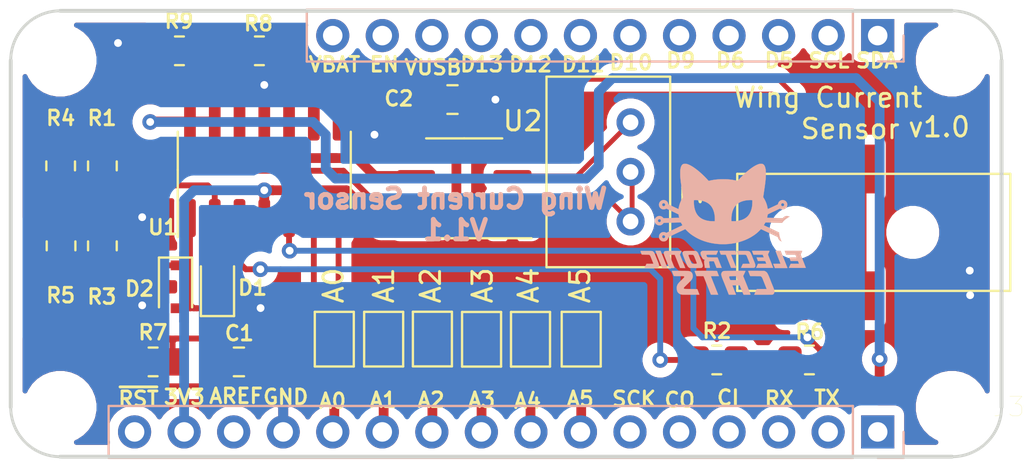
<source format=kicad_pcb>
(kicad_pcb (version 20171130) (host pcbnew "(5.1.10)-1")
  (title_block (title "Wing Current Sensor") (date 2021-03-12) (rev v1.0) (company "Electronic Cats"))
  (layers (0 F.Cu signal) (31 B.Cu signal) (34 B.Paste user) (35 F.Paste user) (36 B.SilkS user) (37 F.SilkS user) (38 B.Mask user) (39 F.Mask user) (44 Edge.Cuts user))
  (net 0 "")
  (net 1 "Net-(C1-Pad2)")
  (net 2 /OUT)
  (net 3 GND)
  (net 4 "Net-(D1-Pad2)")
  (net 5 "Net-(D1-Pad1)")
  (net 6 "Net-(D2-Pad1)")
  (net 7 "Net-(R2-Pad1)")
  (net 8 "Net-(R6-Pad1)")
  (net 9 "Net-(RV1-Pad1)")
  (net 10 "Net-(RV1-Pad3)")
  (net 11 "Net-(R8-Pad2)")
  (net 12 /TX)
  (net 13 /RX)
  (net 14 /MISO)
  (net 15 /MOSI)
  (net 16 /SCK)
  (net 17 /A5)
  (net 18 /A4)
  (net 19 /A3)
  (net 20 /A2)
  (net 21 /A1)
  (net 22 /A0)
  (net 23 /AREF)
  (net 24 +3V3)
  (net 25 /~RST)
  (net 26 /SDA)
  (net 27 /SCL)
  (net 28 /EN)
  (net 29 /VBUS)
  (net 30 "Net-(J1-Pad1)")
  (net 31 /9)
  (net 32 /10)
  (net 33 /11)
  (net 34 /12)
  (net 35 /13)
  (net 36 "Net-(J2-Pad12)")
  (net 37 "Net-(J2-Pad3)")
  (net 38 "Net-(J2-Pad4)")
  (net 39 /IN+)
  (net 40 /OUT1)
  (net 41 /VREF)
  (net 42 "Net-(J3-Pad2)")
  (module CUI_SJ-3524-SMT (layer F.Cu) (at 159.25 104.76 180)
    (fp_text reference J3 (at 0.075115 -5.945065) (layer F.SilkS) (effects (font (size 1.001693 1.001693) (thickness 0.015))))
    (fp_text value PJ-320B)
    (pad 1 smd rect (at 4.3 6.25 180) (size 1.2 2.5) (layers F.Cu F.Paste F.Mask) (net 3 GND))
    (pad 1 smd rect (at 4.3 -0.25 180) (size 1.2 2.5) (layers F.Cu F.Paste F.Mask) (net 3 GND))
    (pad 3 smd rect (at 11 6.25 180) (size 1.2 2.5) (layers F.Cu F.Paste F.Mask) (net 39 /IN+))
    (pad "" np_thru_hole circle (at 11 3 180) (size 1.7 1.7) (drill 1.7) (layers *.Cu *.Mask))
    (pad "" np_thru_hole circle (at 5 3 180) (size 1.7 1.7) (drill 1.7) (layers *.Cu *.Mask))
    (pad 2 smd rect (at 7.5 -0.25 180) (size 1.2 2.5) (layers F.Cu F.Paste F.Mask) (net 42 "Net-(J3-Pad2)"))
    (pad 3 smd rect (at 11 -0.25 180) (size 1.2 2.5) (layers F.Cu F.Paste F.Mask) (net 39 /IN+))
    (pad 2 smd rect (at 7.5 6.25 180) (size 1.2 2.5) (layers F.Cu F.Paste F.Mask) (net 42 "Net-(J3-Pad2)"))
  )
  (module Aesthetics:electronic_cats_logo_8x6 (layer B.Cu) (at 144.526 101.6 180)
    (fp_text reference G*** hide)
    (fp_text value LOGO hide)
  )
  (module MountingHole:MountingHole_2.7mm_M2.5 (layer F.Cu) (at 156.26 92.94)
    (fp_text reference REF** hide)
    (fp_text value MountingHole_2.7mm_M2.5 hide)
    (pad 1 np_thru_hole circle (at 0 0) (size 2.7 2.7) (drill 2.7) (layers *.Cu *.Mask))
  )
  (module MountingHole:MountingHole_2.7mm_M2.5 (layer F.Cu) (at 156.26 110.72)
    (fp_text reference REF** hide)
    (fp_text value MountingHole_2.7mm_M2.5 hide)
    (pad 1 np_thru_hole circle (at 0 0) (size 2.7 2.7) (drill 2.7) (layers *.Cu *.Mask))
  )
  (module MountingHole:MountingHole_2.7mm_M2.5 (layer F.Cu) (at 110.54 110.72)
    (fp_text reference REF** hide)
    (fp_text value MountingHole_2.7mm_M2.5 hide)
    (pad 1 np_thru_hole circle (at 0 0) (size 2.7 2.7) (drill 2.7) (layers *.Cu *.Mask))
  )
  (module MountingHole:MountingHole_2.7mm_M2.5 (layer F.Cu) (at 110.54 92.94)
    (fp_text reference REF** hide)
    (fp_text value MountingHole_2.7mm_M2.5 hide)
    (pad 1 np_thru_hole circle (at 0 0) (size 2.7 2.7) (drill 2.7) (layers *.Cu *.Mask))
  )
  (module Connector_PinHeader_2.54mm:PinHeader_1x16_P2.54mm_Vertical (layer B.Cu) (at 152.45 111.99 90)
    (fp_text reference J1 hide)
    (fp_text value "feather long" hide)
    (pad 1 thru_hole rect (at 0 0 90) (size 1.7 1.7) (drill 1) (layers *.Cu *.Mask) (net 30 "Net-(J1-Pad1)"))
    (pad 2 thru_hole oval (at 0 -2.54 90) (size 1.7 1.7) (drill 1) (layers *.Cu *.Mask) (net 12 /TX))
    (pad 3 thru_hole oval (at 0 -5.08 90) (size 1.7 1.7) (drill 1) (layers *.Cu *.Mask) (net 13 /RX))
    (pad 4 thru_hole oval (at 0 -7.62 90) (size 1.7 1.7) (drill 1) (layers *.Cu *.Mask) (net 14 /MISO))
    (pad 5 thru_hole oval (at 0 -10.16 90) (size 1.7 1.7) (drill 1) (layers *.Cu *.Mask) (net 15 /MOSI))
    (pad 6 thru_hole oval (at 0 -12.7 90) (size 1.7 1.7) (drill 1) (layers *.Cu *.Mask) (net 16 /SCK))
    (pad 7 thru_hole oval (at 0 -15.24 90) (size 1.7 1.7) (drill 1) (layers *.Cu *.Mask) (net 17 /A5))
    (pad 8 thru_hole oval (at 0 -17.78 90) (size 1.7 1.7) (drill 1) (layers *.Cu *.Mask) (net 18 /A4))
    (pad 9 thru_hole oval (at 0 -20.32 90) (size 1.7 1.7) (drill 1) (layers *.Cu *.Mask) (net 19 /A3))
    (pad 10 thru_hole oval (at 0 -22.86 90) (size 1.7 1.7) (drill 1) (layers *.Cu *.Mask) (net 20 /A2))
    (pad 11 thru_hole oval (at 0 -25.4 90) (size 1.7 1.7) (drill 1) (layers *.Cu *.Mask) (net 21 /A1))
    (pad 12 thru_hole oval (at 0 -27.94 90) (size 1.7 1.7) (drill 1) (layers *.Cu *.Mask) (net 22 /A0))
    (pad 13 thru_hole oval (at 0 -30.48 90) (size 1.7 1.7) (drill 1) (layers *.Cu *.Mask) (net 3 GND))
    (pad 14 thru_hole oval (at 0 -33.02 90) (size 1.7 1.7) (drill 1) (layers *.Cu *.Mask) (net 23 /AREF))
    (pad 15 thru_hole oval (at 0 -35.56 90) (size 1.7 1.7) (drill 1) (layers *.Cu *.Mask) (net 24 +3V3))
    (pad 16 thru_hole oval (at 0 -38.1 90) (size 1.7 1.7) (drill 1) (layers *.Cu *.Mask) (net 25 /~RST))
  )
  (module Connector_PinHeader_2.54mm:PinHeader_1x12_P2.54mm_Vertical (layer B.Cu) (at 152.45 91.67 90)
    (fp_text reference J2 hide)
    (fp_text value "feather short" hide)
    (pad 1 thru_hole rect (at 0 0 90) (size 1.7 1.7) (drill 1) (layers *.Cu *.Mask) (net 26 /SDA))
    (pad 2 thru_hole oval (at 0 -2.54 90) (size 1.7 1.7) (drill 1) (layers *.Cu *.Mask) (net 27 /SCL))
    (pad 3 thru_hole oval (at 0 -5.08 90) (size 1.7 1.7) (drill 1) (layers *.Cu *.Mask) (net 37 "Net-(J2-Pad3)"))
    (pad 4 thru_hole oval (at 0 -7.62 90) (size 1.7 1.7) (drill 1) (layers *.Cu *.Mask) (net 38 "Net-(J2-Pad4)"))
    (pad 5 thru_hole oval (at 0 -10.16 90) (size 1.7 1.7) (drill 1) (layers *.Cu *.Mask) (net 31 /9))
    (pad 6 thru_hole oval (at 0 -12.7 90) (size 1.7 1.7) (drill 1) (layers *.Cu *.Mask) (net 32 /10))
    (pad 7 thru_hole oval (at 0 -15.24 90) (size 1.7 1.7) (drill 1) (layers *.Cu *.Mask) (net 33 /11))
    (pad 8 thru_hole oval (at 0 -17.78 90) (size 1.7 1.7) (drill 1) (layers *.Cu *.Mask) (net 34 /12))
    (pad 9 thru_hole oval (at 0 -20.32 90) (size 1.7 1.7) (drill 1) (layers *.Cu *.Mask) (net 35 /13))
    (pad 10 thru_hole oval (at 0 -22.86 90) (size 1.7 1.7) (drill 1) (layers *.Cu *.Mask) (net 29 /VBUS))
    (pad 11 thru_hole oval (at 0 -25.4 90) (size 1.7 1.7) (drill 1) (layers *.Cu *.Mask) (net 28 /EN))
    (pad 12 thru_hole oval (at 0 -27.94 90) (size 1.7 1.7) (drill 1) (layers *.Cu *.Mask) (net 36 "Net-(J2-Pad12)"))
  )
  (module Capacitor_SMD:C_0805_2012Metric_Pad1.18x1.45mm_HandSolder (layer F.Cu) (at 119.7 108.4)
    (fp_text reference C1 (at 0.02 -1.466) (layer F.SilkS) (effects (font (size 0.75 0.75))))
    (fp_text value "10 μ ")
    (pad 2 smd roundrect (at 1.0375 0) (size 1.175 1.45) (layers F.Cu F.Paste F.Mask) (roundrect_rratio 0.2127659574468085) (net 1 "Net-(C1-Pad2)"))
    (pad 1 smd roundrect (at -1.0375 0) (size 1.175 1.45) (layers F.Cu F.Paste F.Mask) (roundrect_rratio 0.2127659574468085) (net 2 /OUT))
  )
  (module Capacitor_SMD:C_0805_2012Metric_Pad1.18x1.45mm_HandSolder (layer F.Cu) (at 130.65 94.95)
    (fp_text reference C2 (at -2.75 -0.05) (layer F.SilkS) (effects (font (size 0.75 0.75))))
    (fp_text value "0.1μ ")
    (pad 1 smd roundrect (at -1.0375 0) (size 1.175 1.45) (layers F.Cu F.Paste F.Mask) (roundrect_rratio 0.2127659574468085) (net 24 +3V3))
    (pad 2 smd roundrect (at 1.0375 0) (size 1.175 1.45) (layers F.Cu F.Paste F.Mask) (roundrect_rratio 0.2127659574468085) (net 3 GND))
  )
  (module Diode_SMD:D_SOD-323F (layer F.Cu) (at 118.6 104.55 90)
    (fp_text reference D1 (at -0.05 1.796 180) (layer F.SilkS) (effects (font (size 0.75 0.75))))
    (fp_text value DIODE)
    (pad 2 smd rect (at 1.1 0 90) (size 0.5 0.5) (layers F.Cu F.Paste F.Mask) (net 4 "Net-(D1-Pad2)"))
    (pad 1 smd rect (at -1.1 0 90) (size 0.5 0.5) (layers F.Cu F.Paste F.Mask) (net 5 "Net-(D1-Pad1)"))
  )
  (module Diode_SMD:D_SOD-323F (layer F.Cu) (at 116.45 104.55 270)
    (fp_text reference D2 (at 0.1 1.85 180) (layer F.SilkS) (effects (font (size 0.75 0.75))))
    (fp_text value DIODE)
    (pad 1 smd rect (at -1.1 0 270) (size 0.5 0.5) (layers F.Cu F.Paste F.Mask) (net 6 "Net-(D2-Pad1)"))
    (pad 2 smd rect (at 1.1 0 270) (size 0.5 0.5) (layers F.Cu F.Paste F.Mask) (net 5 "Net-(D1-Pad1)"))
  )
  (module Resistor_SMD:R_0805_2012Metric_Pad1.20x1.40mm_HandSolder (layer F.Cu) (at 112.7 98.35 270)
    (fp_text reference R1 (at -2.45 0.02 180) (layer F.SilkS) (effects (font (size 0.75 0.75))))
    (fp_text value 10K)
    (pad 1 smd roundrect (at -1 0 270) (size 1.2 1.4) (layers F.Cu F.Paste F.Mask) (roundrect_rratio 0.2083325) (net 40 /OUT1))
    (pad 2 smd roundrect (at 1 0 270) (size 1.2 1.4) (layers F.Cu F.Paste F.Mask) (roundrect_rratio 0.2083325) (net 4 "Net-(D1-Pad2)"))
  )
  (module Resistor_SMD:R_0805_2012Metric_Pad1.20x1.40mm_HandSolder (layer F.Cu) (at 144.2 108.3)
    (fp_text reference R2 (at 0.01 -1.49) (layer F.SilkS) (effects (font (size 0.75 0.75))))
    (fp_text value 5K)
    (pad 1 smd roundrect (at -1 0) (size 1.2 1.4) (layers F.Cu F.Paste F.Mask) (roundrect_rratio 0.2083325) (net 7 "Net-(R2-Pad1)"))
    (pad 2 smd roundrect (at 1 0) (size 1.2 1.4) (layers F.Cu F.Paste F.Mask) (roundrect_rratio 0.2083325) (net 41 /VREF))
  )
  (module Resistor_SMD:R_0805_2012Metric_Pad1.20x1.40mm_HandSolder (layer F.Cu) (at 112.7 102.45 270)
    (fp_text reference R3 (at 2.61 0.03 180) (layer F.SilkS) (effects (font (size 0.75 0.75))))
    (fp_text value 10K)
    (pad 2 smd roundrect (at 1 0 270) (size 1.2 1.4) (layers F.Cu F.Paste F.Mask) (roundrect_rratio 0.2083325) (net 6 "Net-(D2-Pad1)"))
    (pad 1 smd roundrect (at -1 0 270) (size 1.2 1.4) (layers F.Cu F.Paste F.Mask) (roundrect_rratio 0.2083325) (net 4 "Net-(D1-Pad2)"))
  )
  (module Resistor_SMD:R_0805_2012Metric_Pad1.20x1.40mm_HandSolder (layer F.Cu) (at 110.56 98.35 270)
    (fp_text reference R4 (at -2.45 0 180) (layer F.SilkS) (effects (font (size 0.75 0.75))))
    (fp_text value 10K)
    (pad 2 smd roundrect (at 1 0 270) (size 1.2 1.4) (layers F.Cu F.Paste F.Mask) (roundrect_rratio 0.2083325) (net 1 "Net-(C1-Pad2)"))
    (pad 1 smd roundrect (at -1 0 270) (size 1.2 1.4) (layers F.Cu F.Paste F.Mask) (roundrect_rratio 0.2083325) (net 40 /OUT1))
  )
  (module Resistor_SMD:R_0805_2012Metric_Pad1.20x1.40mm_HandSolder (layer F.Cu) (at 110.58 102.45 90)
    (fp_text reference R5 (at -2.54 -0.02 180) (layer F.SilkS) (effects (font (size 0.75 0.75))))
    (fp_text value 5K)
    (pad 1 smd roundrect (at -1 0 90) (size 1.2 1.4) (layers F.Cu F.Paste F.Mask) (roundrect_rratio 0.2083325) (net 6 "Net-(D2-Pad1)"))
    (pad 2 smd roundrect (at 1 0 90) (size 1.2 1.4) (layers F.Cu F.Paste F.Mask) (roundrect_rratio 0.2083325) (net 1 "Net-(C1-Pad2)"))
  )
  (module Resistor_SMD:R_0805_2012Metric_Pad1.20x1.40mm_HandSolder (layer F.Cu) (at 148.95 108.3 180)
    (fp_text reference R6 (at -0.02 1.44) (layer F.SilkS) (effects (font (size 0.75 0.75))))
    (fp_text value 3.3K)
    (pad 2 smd roundrect (at 1 0 180) (size 1.2 1.4) (layers F.Cu F.Paste F.Mask) (roundrect_rratio 0.2083325) (net 41 /VREF))
    (pad 1 smd roundrect (at -1 0 180) (size 1.2 1.4) (layers F.Cu F.Paste F.Mask) (roundrect_rratio 0.2083325) (net 8 "Net-(R6-Pad1)"))
  )
  (module Resistor_SMD:R_0805_2012Metric_Pad1.20x1.40mm_HandSolder (layer F.Cu) (at 115.3 108.4)
    (fp_text reference R7 (at -0.01 -1.51) (layer F.SilkS) (effects (font (size 0.75 0.75))))
    (fp_text value 10K)
    (pad 1 smd roundrect (at -1 0) (size 1.2 1.4) (layers F.Cu F.Paste F.Mask) (roundrect_rratio 0.2083325) (net 2 /OUT))
    (pad 2 smd roundrect (at 1 0) (size 1.2 1.4) (layers F.Cu F.Paste F.Mask) (roundrect_rratio 0.2083325) (net 1 "Net-(C1-Pad2)"))
  )
  (module Resistor_SMD:R_0805_2012Metric_Pad1.20x1.40mm_HandSolder (layer F.Cu) (at 120.75 92.45 180)
    (fp_text reference R8 (at 0.05 1.4 180) (layer F.SilkS) (effects (font (size 0.75 0.75))))
    (fp_text value 10K)
    (pad 2 smd roundrect (at 1 0 180) (size 1.2 1.4) (layers F.Cu F.Paste F.Mask) (roundrect_rratio 0.2083325) (net 11 "Net-(R8-Pad2)"))
    (pad 1 smd roundrect (at -1 0 180) (size 1.2 1.4) (layers F.Cu F.Paste F.Mask) (roundrect_rratio 0.2083325) (net 24 +3V3))
  )
  (module Resistor_SMD:R_0805_2012Metric_Pad1.20x1.40mm_HandSolder (layer F.Cu) (at 116.65 92.45 180)
    (fp_text reference R9 (at 0.02 1.53 180) (layer F.SilkS) (effects (font (size 0.75 0.75))))
    (fp_text value 10K)
    (pad 1 smd roundrect (at -1 0 180) (size 1.2 1.4) (layers F.Cu F.Paste F.Mask) (roundrect_rratio 0.2083325) (net 11 "Net-(R8-Pad2)"))
    (pad 2 smd roundrect (at 1 0 180) (size 1.2 1.4) (layers F.Cu F.Paste F.Mask) (roundrect_rratio 0.2083325) (net 3 GND))
  )
  (module Potentiometer_THT:Potentiometer_Bourns_3299W_Vertical (layer F.Cu) (at 139.78 101.2 270)
    (fp_text reference RV1 (at -1.35 -3.55 180) (layer F.SilkS) (effects (font (size 0.75 0.75))))
    (fp_text value 10K)
    (pad 1 thru_hole circle (at 0 0 270) (size 1.44 1.44) (drill 0.8) (layers *.Cu *.Mask) (net 9 "Net-(RV1-Pad1)"))
    (pad 2 thru_hole circle (at -2.54 0 270) (size 1.44 1.44) (drill 0.8) (layers *.Cu *.Mask) (net 9 "Net-(RV1-Pad1)"))
    (pad 3 thru_hole circle (at -5.08 0 270) (size 1.44 1.44) (drill 0.8) (layers *.Cu *.Mask) (net 10 "Net-(RV1-Pad3)"))
  )
  (module Package_SO:SO-14_3.9x8.65mm_P1.27mm (layer F.Cu) (at 121 98.55 90)
    (fp_text reference U1 (at -2.95 -5.2 180) (layer F.SilkS) (effects (font (size 0.75 0.75))))
    (fp_text value TL084)
    (pad 1 smd roundrect (at -2.475 -3.81 90) (size 1.95 0.6) (layers F.Cu F.Paste F.Mask) (net 5 "Net-(D1-Pad1)"))
    (pad 2 smd roundrect (at -2.475 -2.54 90) (size 1.95 0.6) (layers F.Cu F.Paste F.Mask) (net 4 "Net-(D1-Pad2)"))
    (pad 3 smd roundrect (at -2.475 -1.27 90) (size 1.95 0.6) (layers F.Cu F.Paste F.Mask) (net 7 "Net-(R2-Pad1)"))
    (pad 4 smd roundrect (at -2.475 0 90) (size 1.95 0.6) (layers F.Cu F.Paste F.Mask) (net 24 +3V3))
    (pad 5 smd roundrect (at -2.475 1.27 90) (size 1.95 0.6) (layers F.Cu F.Paste F.Mask) (net 8 "Net-(R6-Pad1)"))
    (pad 6 smd roundrect (at -2.475 2.54 90) (size 1.95 0.6) (layers F.Cu F.Paste F.Mask) (net 1 "Net-(C1-Pad2)"))
    (pad 7 smd roundrect (at -2.475 3.81 90) (size 1.95 0.6) (layers F.Cu F.Paste F.Mask) (net 2 /OUT))
    (pad 8 smd roundrect (at 2.475 3.81 90) (size 1.95 0.6) (layers F.Cu F.Paste F.Mask))
    (pad 9 smd roundrect (at 2.475 2.54 90) (size 1.95 0.6) (layers F.Cu F.Paste F.Mask))
    (pad 10 smd roundrect (at 2.475 1.27 90) (size 1.95 0.6) (layers F.Cu F.Paste F.Mask))
    (pad 11 smd roundrect (at 2.475 0 90) (size 1.95 0.6) (layers F.Cu F.Paste F.Mask) (net 3 GND))
    (pad 12 smd roundrect (at 2.475 -1.27 90) (size 1.95 0.6) (layers F.Cu F.Paste F.Mask) (net 11 "Net-(R8-Pad2)"))
    (pad 13 smd roundrect (at 2.475 -2.54 90) (size 1.95 0.6) (layers F.Cu F.Paste F.Mask) (net 41 /VREF))
    (pad 14 smd roundrect (at 2.475 -3.81 90) (size 1.95 0.6) (layers F.Cu F.Paste F.Mask) (net 41 /VREF))
  )
  (module Package_SO:SOIC-8_3.9x4.9mm_P1.27mm (layer F.Cu) (at 131.25 99.5 180)
    (fp_text reference U2 (at -3 3.45) (layer F.SilkS))
    (fp_text value AD8226)
    (pad 1 smd roundrect (at -2.475 -1.905 180) (size 1.95 0.6) (layers F.Cu F.Paste F.Mask) (net 3 GND))
    (pad 2 smd roundrect (at -2.475 -0.635 180) (size 1.95 0.6) (layers F.Cu F.Paste F.Mask) (net 9 "Net-(RV1-Pad1)"))
    (pad 3 smd roundrect (at -2.475 0.635 180) (size 1.95 0.6) (layers F.Cu F.Paste F.Mask) (net 10 "Net-(RV1-Pad3)"))
    (pad 4 smd roundrect (at -2.475 1.905 180) (size 1.95 0.6) (layers F.Cu F.Paste F.Mask) (net 39 /IN+))
    (pad 5 smd roundrect (at 2.475 1.905 180) (size 1.95 0.6) (layers F.Cu F.Paste F.Mask) (net 3 GND))
    (pad 6 smd roundrect (at 2.475 0.635 180) (size 1.95 0.6) (layers F.Cu F.Paste F.Mask) (net 41 /VREF))
    (pad 7 smd roundrect (at 2.475 -0.635 180) (size 1.95 0.6) (layers F.Cu F.Paste F.Mask) (net 40 /OUT1))
    (pad 8 smd roundrect (at 2.475 -1.905 180) (size 1.95 0.6) (layers F.Cu F.Paste F.Mask) (net 24 +3V3))
  )
  (module Jumper:SolderJumper-2_P1.3mm_Open_TrianglePad1.0x1.5mm (layer F.Cu) (at 137.25 107.235 270)
    (fp_text reference A5 (at -2.755 0.06 90) (layer F.SilkS))
    (fp_text value A5)
    (pad 2 smd custom (at 0.725 0 270) (size 0.3 0.3) (layers F.Cu F.Mask) (net 17 /A5) (options (clearance outline) (anchor rect)) (primitives (gr_poly (pts (xy -0.65 -0.75) (xy 0.5 -0.75) (xy 0.5 0.75) (xy -0.65 0.75) (xy -0.15 0)) (width 0))))
    (pad 1 smd custom (at -0.725 0 270) (size 0.3 0.3) (layers F.Cu F.Mask) (net 2 /OUT) (options (clearance outline) (anchor rect)) (primitives (gr_poly (pts (xy -0.5 -0.75) (xy 0.5 -0.75) (xy 1 0) (xy 0.5 0.75) (xy -0.5 0.75)) (width 0))))
  )
  (module Jumper:SolderJumper-2_P1.3mm_Open_TrianglePad1.0x1.5mm (layer F.Cu) (at 134.65 107.24 270)
    (fp_text reference A4 (at -2.76 0.1 90) (layer F.SilkS))
    (fp_text value A4)
    (pad 2 smd custom (at 0.725 0 270) (size 0.3 0.3) (layers F.Cu F.Mask) (net 18 /A4) (options (clearance outline) (anchor rect)) (primitives (gr_poly (pts (xy -0.65 -0.75) (xy 0.5 -0.75) (xy 0.5 0.75) (xy -0.65 0.75) (xy -0.15 0)) (width 0))))
    (pad 1 smd custom (at -0.725 0 270) (size 0.3 0.3) (layers F.Cu F.Mask) (net 2 /OUT) (options (clearance outline) (anchor rect)) (primitives (gr_poly (pts (xy -0.5 -0.75) (xy 0.5 -0.75) (xy 1 0) (xy 0.5 0.75) (xy -0.5 0.75)) (width 0))))
  )
  (module Jumper:SolderJumper-2_P1.3mm_Open_TrianglePad1.0x1.5mm (layer F.Cu) (at 129.62 107.23 270)
    (fp_text reference A2 (at -2.75 0.09 90) (layer F.SilkS))
    (fp_text value A2)
    (pad 2 smd custom (at 0.725 0 270) (size 0.3 0.3) (layers F.Cu F.Mask) (net 20 /A2) (options (clearance outline) (anchor rect)) (primitives (gr_poly (pts (xy -0.65 -0.75) (xy 0.5 -0.75) (xy 0.5 0.75) (xy -0.65 0.75) (xy -0.15 0)) (width 0))))
    (pad 1 smd custom (at -0.725 0 270) (size 0.3 0.3) (layers F.Cu F.Mask) (net 2 /OUT) (options (clearance outline) (anchor rect)) (primitives (gr_poly (pts (xy -0.5 -0.75) (xy 0.5 -0.75) (xy 1 0) (xy 0.5 0.75) (xy -0.5 0.75)) (width 0))))
  )
  (module Jumper:SolderJumper-2_P1.3mm_Open_TrianglePad1.0x1.5mm (layer F.Cu) (at 132.14 107.24 270)
    (fp_text reference A3 (at -2.76 -0.05 90) (layer F.SilkS))
    (fp_text value A3)
    (pad 1 smd custom (at -0.725 0 270) (size 0.3 0.3) (layers F.Cu F.Mask) (net 2 /OUT) (options (clearance outline) (anchor rect)) (primitives (gr_poly (pts (xy -0.5 -0.75) (xy 0.5 -0.75) (xy 1 0) (xy 0.5 0.75) (xy -0.5 0.75)) (width 0))))
    (pad 2 smd custom (at 0.725 0 270) (size 0.3 0.3) (layers F.Cu F.Mask) (net 19 /A3) (options (clearance outline) (anchor rect)) (primitives (gr_poly (pts (xy -0.65 -0.75) (xy 0.5 -0.75) (xy 0.5 0.75) (xy -0.65 0.75) (xy -0.15 0)) (width 0))))
  )
  (module Jumper:SolderJumper-2_P1.3mm_Open_TrianglePad1.0x1.5mm (layer F.Cu) (at 124.59 107.235 270)
    (fp_text reference A0 (at -2.755 0.04 90) (layer F.SilkS))
    (fp_text value A0)
    (pad 1 smd custom (at -0.725 0 270) (size 0.3 0.3) (layers F.Cu F.Mask) (net 2 /OUT) (options (clearance outline) (anchor rect)) (primitives (gr_poly (pts (xy -0.5 -0.75) (xy 0.5 -0.75) (xy 1 0) (xy 0.5 0.75) (xy -0.5 0.75)) (width 0))))
    (pad 2 smd custom (at 0.725 0 270) (size 0.3 0.3) (layers F.Cu F.Mask) (net 22 /A0) (options (clearance outline) (anchor rect)) (primitives (gr_poly (pts (xy -0.65 -0.75) (xy 0.5 -0.75) (xy 0.5 0.75) (xy -0.65 0.75) (xy -0.15 0)) (width 0))))
  )
  (module Jumper:SolderJumper-2_P1.3mm_Open_TrianglePad1.0x1.5mm (layer F.Cu) (at 127.12 107.235 270)
    (fp_text reference A1 (at -2.755 -0.01 90) (layer F.SilkS))
    (fp_text value A1)
    (pad 1 smd custom (at -0.725 0 270) (size 0.3 0.3) (layers F.Cu F.Mask) (net 2 /OUT) (options (clearance outline) (anchor rect)) (primitives (gr_poly (pts (xy -0.5 -0.75) (xy 0.5 -0.75) (xy 1 0) (xy 0.5 0.75) (xy -0.5 0.75)) (width 0))))
    (pad 2 smd custom (at 0.725 0 270) (size 0.3 0.3) (layers F.Cu F.Mask) (net 21 /A1) (options (clearance outline) (anchor rect)) (primitives (gr_poly (pts (xy -0.65 -0.75) (xy 0.5 -0.75) (xy 0.5 0.75) (xy -0.65 0.75) (xy -0.15 0)) (width 0))))
  )
  (gr_text v1.0 (at 155.6 96.36) (layer F.SilkS) (effects (font (size 1 1))))
  (gr_text "Wing Current \n  Sensor" (at 150.28 95.65) (layer F.SilkS) (effects (font (size 1 1))))
  (gr_text D13 (at 132.15 93.15) (layer F.SilkS) (effects (font (size 0.75 0.75))))
  (gr_text D12 (at 134.65 93.15) (layer F.SilkS) (effects (font (size 0.75 0.75))))
  (gr_text D11 (at 137.35 93.15) (layer F.SilkS) (effects (font (size 0.75 0.75))))
  (gr_text D10 (at 139.8 93.05) (layer F.SilkS) (effects (font (size 0.75 0.75))))
  (gr_text D9 (at 142.35 92.95) (layer F.SilkS) (effects (font (size 0.75 0.75))))
  (gr_text D6 (at 144.9 92.95) (layer F.SilkS) (effects (font (size 0.75 0.75))))
  (gr_text D5 (at 147.4 92.95) (layer F.SilkS) (effects (font (size 0.75 0.75))))
  (gr_text "Wing Current Sensor\nV1.1" (at 130.81 100.838) (layer B.SilkS) (effects (font (size 1 1) (thickness 0.25)) (justify mirror)))
  (gr_text VUSB (at 129.65 93.3) (layer F.SilkS) (effects (font (size 0.75 0.75))))
  (gr_text VBAT (at 124.6 93.15) (layer F.SilkS) (effects (font (size 0.75 0.75))))
  (gr_text EN (at 127.15 93.15) (layer F.SilkS) (effects (font (size 0.75 0.75))))
  (gr_text SCL (at 149.95 92.95) (layer F.SilkS) (effects (font (size 0.75 0.75))))
  (gr_text SDA (at 152.4 92.95) (layer F.SilkS) (effects (font (size 0.75 0.75))))
  (gr_text TX (at 149.85 110.25) (layer F.SilkS) (effects (font (size 0.75 0.75))))
  (gr_text RX (at 147.4 110.3) (layer F.SilkS) (effects (font (size 0.75 0.75))))
  (gr_text CI (at 144.78 110.236) (layer F.SilkS) (effects (font (size 0.75 0.75))))
  (gr_text CO (at 142.3 110.35) (layer F.SilkS) (effects (font (size 0.75 0.75))))
  (gr_text SCK (at 139.954 110.3) (layer F.SilkS) (effects (font (size 0.75 0.75))))
  (gr_text A5 (at 137.2 110.3) (layer F.SilkS) (effects (font (size 0.75 0.75))))
  (gr_text A4 (at 134.5 110.4) (layer F.SilkS) (effects (font (size 0.75 0.75))))
  (gr_text A3 (at 132.15 110.35) (layer F.SilkS) (effects (font (size 0.75 0.75))))
  (gr_text A2 (at 129.55 110.35) (layer F.SilkS) (effects (font (size 0.75 0.75))))
  (gr_text A1 (at 127.1 110.35) (layer F.SilkS) (effects (font (size 0.75 0.75))))
  (gr_text A0 (at 124.5 110.4) (layer F.SilkS) (effects (font (size 0.75 0.75))))
  (gr_text GND (at 122.1 110.2) (layer F.SilkS) (effects (font (size 0.75 0.75))))
  (gr_text AREF (at 119.55 110.15) (layer F.SilkS) (effects (font (size 0.75 0.75))))
  (gr_text 3V3 (at 116.9 110.2) (layer F.SilkS) (effects (font (size 0.75 0.75))))
  (gr_text ~RST (at 114.55 110.3) (layer F.SilkS) (effects (font (size 0.75 0.75))))
  (gr_arc (start 156.26 92.94) (end 158.8 92.94) (angle -90) (layer Edge.Cuts) (width 0.15))
  (gr_arc (start 156.26 110.72) (end 156.26 113.26) (angle -90) (layer Edge.Cuts) (width 0.15))
  (gr_arc (start 110.54 110.72) (end 108 110.72) (angle -90) (layer Edge.Cuts) (width 0.15))
  (gr_arc (start 110.54 92.94) (end 110.54 90.4) (angle -90) (layer Edge.Cuts) (width 0.15))
  (gr_line (start 108 110.72) (end 108 92.94) (layer Edge.Cuts) (width 0.2))
  (gr_line (start 156.26 113.26) (end 110.54 113.26) (layer Edge.Cuts) (width 0.2))
  (gr_line (start 158.8 92.94) (end 158.8 110.72) (layer Edge.Cuts) (width 0.2))
  (gr_line (start 110.54 90.4) (end 156.26 90.4) (layer Edge.Cuts) (width 0.2))
  (segment (start 113.8 107.2) (end 116.15 107.2) (width 0.3) (layer F.Cu) (net 1))
  (segment (start 113.8 107.2) (end 114 107.2) (width 0.3) (layer F.Cu) (net 1))
  (segment (start 116.3 107.35) (end 116.3 108.4) (width 0.3) (layer F.Cu) (net 1))
  (segment (start 116.15 107.2) (end 116.3 107.35) (width 0.3) (layer F.Cu) (net 1))
  (segment (start 116.45 107.2) (end 116.3 107.35) (width 0.3) (layer F.Cu) (net 1))
  (segment (start 116.5 107.2) (end 116.45 107.2) (width 0.3) (layer F.Cu) (net 1))
  (segment (start 116.5 107.2) (end 116.15 107.2) (width 0.3) (layer F.Cu) (net 1))
  (segment (start 120.7375 107.2875) (end 120.65 107.2) (width 0.3) (layer F.Cu) (net 1))
  (segment (start 121.05 107.2) (end 120.7375 107.5125) (width 0.3) (layer F.Cu) (net 1))
  (segment (start 120.7375 107.5125) (end 120.7375 107.2875) (width 0.3) (layer F.Cu) (net 1))
  (segment (start 120.7375 108.4) (end 120.7375 107.5125) (width 0.3) (layer F.Cu) (net 1))
  (segment (start 120.65 107.2) (end 121.05 107.2) (width 0.3) (layer F.Cu) (net 1))
  (segment (start 120.5 107.275) (end 120.7375 107.5125) (width 0.3) (layer F.Cu) (net 1))
  (segment (start 120.5 107.2) (end 120.5 107.275) (width 0.3) (layer F.Cu) (net 1))
  (segment (start 116.5 107.2) (end 120.5 107.2) (width 0.3) (layer F.Cu) (net 1))
  (segment (start 120.5 107.2) (end 120.65 107.2) (width 0.3) (layer F.Cu) (net 1))
  (segment (start 121.45 107.2) (end 121.05 107.2) (width 0.3) (layer F.Cu) (net 1))
  (segment (start 121.7 106.95) (end 121.45 107.2) (width 0.3) (layer F.Cu) (net 1))
  (segment (start 123.54 105.11) (end 121.7 106.95) (width 0.3) (layer F.Cu) (net 1))
  (segment (start 123.54 101.025) (end 123.54 105.11) (width 0.3) (layer F.Cu) (net 1))
  (segment (start 112.83 107.2) (end 109.83 107.2) (width 0.3) (layer F.Cu) (net 1))
  (segment (start 112.83 107.2) (end 113.8 107.2) (width 0.3) (layer F.Cu) (net 1))
  (segment (start 109.83 107.2) (end 109.19 106.56) (width 0.3) (layer F.Cu) (net 1))
  (segment (start 109.19 106.56) (end 109.19 101.62) (width 0.3) (layer F.Cu) (net 1))
  (segment (start 109.36 101.45) (end 110.58 101.45) (width 0.3) (layer F.Cu) (net 1))
  (segment (start 109.19 101.62) (end 109.36 101.45) (width 0.3) (layer F.Cu) (net 1))
  (segment (start 110.56 99.35) (end 110.56 100.3) (width 0.3) (layer F.Cu) (net 1))
  (segment (start 110.58 100.32) (end 110.58 101.45) (width 0.3) (layer F.Cu) (net 1))
  (segment (start 110.56 100.3) (end 110.58 100.32) (width 0.3) (layer F.Cu) (net 1))
  (segment (start 118.6625 109.4375) (end 118.6625 108.4) (width 0.3) (layer F.Cu) (net 2))
  (segment (start 118.45 109.65) (end 118.6625 109.4375) (width 0.3) (layer F.Cu) (net 2))
  (segment (start 114.5 109.65) (end 118.45 109.65) (width 0.3) (layer F.Cu) (net 2))
  (segment (start 114.3 108.4) (end 114.3 109.45) (width 0.3) (layer F.Cu) (net 2))
  (segment (start 118.8 109.575) (end 118.6625 109.4375) (width 0.3) (layer F.Cu) (net 2))
  (segment (start 118.8 109.65) (end 118.8 109.575) (width 0.3) (layer F.Cu) (net 2))
  (segment (start 118.8 109.65) (end 118.45 109.65) (width 0.3) (layer F.Cu) (net 2))
  (segment (start 114.5 109.65) (end 114.3 109.45) (width 0.3) (layer F.Cu) (net 2))
  (segment (start 121.95 109.65) (end 121.1 109.65) (width 0.3) (layer F.Cu) (net 2))
  (segment (start 121.1 109.65) (end 118.8 109.65) (width 0.3) (layer F.Cu) (net 2))
  (segment (start 137.23 106.53) (end 137.25 106.51) (width 0.3) (layer F.Cu) (net 2))
  (segment (start 124.61 106.53) (end 137.23 106.53) (width 0.3) (layer F.Cu) (net 2))
  (segment (start 124.81 106.33) (end 124.61 106.53) (width 0.3) (layer F.Cu) (net 2))
  (segment (start 124.81 101.025) (end 124.81 106.33) (width 0.3) (layer F.Cu) (net 2))
  (segment (start 123.26 106.51) (end 124.59 106.51) (width 0.3) (layer F.Cu) (net 2))
  (segment (start 122.7 107.07) (end 123.26 106.51) (width 0.3) (layer F.Cu) (net 2))
  (segment (start 122.7 108.93) (end 122.7 107.07) (width 0.3) (layer F.Cu) (net 2))
  (segment (start 121.98 109.65) (end 122.7 108.93) (width 0.3) (layer F.Cu) (net 2))
  (segment (start 121.1 109.65) (end 121.98 109.65) (width 0.3) (layer F.Cu) (net 2))
  (segment (start 115.65 92.45) (end 113.85 92.45) (width 0.3) (layer F.Cu) (net 3))
  (via (at 121 94.2) (size 0.8) (drill 0.4) (layers F.Cu B.Cu) (net 3))
  (segment (start 121 96.075) (end 121 94.2) (width 0.3) (layer F.Cu) (net 3))
  (segment (start 131.6875 94.95) (end 131.6875 93.6625) (width 0.3) (layer F.Cu) (net 3))
  (via (at 132.85 94.95) (size 0.8) (drill 0.4) (layers F.Cu B.Cu) (net 3))
  (segment (start 131.6875 94.95) (end 132.85 94.95) (width 0.3) (layer F.Cu) (net 3))
  (segment (start 128.775 97.595) (end 127.095 97.595) (width 0.3) (layer F.Cu) (net 3))
  (via (at 126.65 96.75) (size 0.8) (drill 0.4) (layers F.Cu B.Cu) (net 3))
  (segment (start 126.65 97.15) (end 126.65 96.75) (width 0.3) (layer F.Cu) (net 3))
  (segment (start 127.095 97.595) (end 126.65 97.15) (width 0.3) (layer F.Cu) (net 3))
  (via (at 113.5 92.05) (size 0.8) (drill 0.4) (layers F.Cu B.Cu) (net 3))
  (segment (start 113.9 92.45) (end 113.5 92.05) (width 0.3) (layer F.Cu) (net 3))
  (segment (start 115.65 92.45) (end 113.9 92.45) (width 0.3) (layer F.Cu) (net 3))
  (segment (start 133.725 102.125) (end 133.725 101.405) (width 0.25) (layer F.Cu) (net 3))
  (segment (start 134.74 103.14) (end 133.725 102.125) (width 0.25) (layer F.Cu) (net 3))
  (via (at 157.19 104.98) (size 0.8) (drill 0.4) (layers F.Cu B.Cu) (net 3))
  (segment (start 154.95 105.01) (end 157.16 105.01) (width 0.25) (layer F.Cu) (net 3))
  (segment (start 157.16 105.01) (end 157.19 104.98) (width 0.25) (layer F.Cu) (net 3))
  (via (at 157.17 103.72) (size 0.8) (drill 0.4) (layers F.Cu B.Cu) (net 3))
  (segment (start 157.19 103.74) (end 157.17 103.72) (width 0.25) (layer F.Cu) (net 3))
  (segment (start 157.19 104.98) (end 157.19 103.74) (width 0.25) (layer F.Cu) (net 3))
  (via (at 114.74 100.98) (size 0.8) (drill 0.4) (layers F.Cu B.Cu) (net 3))
  (segment (start 113.5 99.74) (end 114.74 100.98) (width 0.3) (layer B.Cu) (net 3))
  (segment (start 113.5 92.05) (end 113.5 99.74) (width 0.3) (layer B.Cu) (net 3))
  (via (at 114.74 105.5) (size 0.8) (drill 0.4) (layers F.Cu B.Cu) (net 3))
  (segment (start 114.74 100.98) (end 114.74 105.5) (width 0.3) (layer B.Cu) (net 3))
  (segment (start 121.97 111.99) (end 121.97 106.29) (width 0.3) (layer B.Cu) (net 3))
  (via (at 120.81 105.64) (size 0.8) (drill 0.4) (layers F.Cu B.Cu) (net 3))
  (segment (start 121.32 105.64) (end 120.81 105.64) (width 0.3) (layer B.Cu) (net 3))
  (segment (start 121.97 106.29) (end 121.32 105.64) (width 0.3) (layer B.Cu) (net 3))
  (segment (start 112.7 101.45) (end 112.7 99.35) (width 0.3) (layer F.Cu) (net 4))
  (segment (start 112.7 99.35) (end 118.1 99.35) (width 0.3) (layer F.Cu) (net 4))
  (segment (start 118.46 99.71) (end 118.46 101.025) (width 0.3) (layer F.Cu) (net 4))
  (segment (start 118.1 99.35) (end 118.46 99.71) (width 0.3) (layer F.Cu) (net 4))
  (segment (start 118.6 101.165) (end 118.46 101.025) (width 0.3) (layer F.Cu) (net 4))
  (segment (start 118.6 103.45) (end 118.6 101.165) (width 0.3) (layer F.Cu) (net 4))
  (segment (start 117.19 105.64) (end 117.2 105.65) (width 0.3) (layer F.Cu) (net 5))
  (segment (start 117.38 105.65) (end 117.19 105.46) (width 0.3) (layer F.Cu) (net 5))
  (segment (start 117.55 105.65) (end 117.38 105.65) (width 0.3) (layer F.Cu) (net 5))
  (segment (start 117.19 101.025) (end 117.19 105.46) (width 0.3) (layer F.Cu) (net 5))
  (segment (start 117.2 105.65) (end 117.55 105.65) (width 0.3) (layer F.Cu) (net 5))
  (segment (start 117.19 105.46) (end 117.19 105.64) (width 0.3) (layer F.Cu) (net 5))
  (segment (start 117.55 105.65) (end 118.6 105.65) (width 0.3) (layer F.Cu) (net 5))
  (segment (start 117 105.65) (end 117.19 105.46) (width 0.3) (layer F.Cu) (net 5))
  (segment (start 116.85 105.65) (end 117 105.65) (width 0.3) (layer F.Cu) (net 5))
  (segment (start 116.45 105.65) (end 116.85 105.65) (width 0.3) (layer F.Cu) (net 5))
  (segment (start 116.85 105.65) (end 117.2 105.65) (width 0.3) (layer F.Cu) (net 5))
  (segment (start 112.7 103.45) (end 116.45 103.45) (width 0.3) (layer F.Cu) (net 6))
  (segment (start 110.58 103.45) (end 112.7 103.45) (width 0.3) (layer F.Cu) (net 6))
  (via (at 141.3 108.3) (size 0.8) (drill 0.4) (layers F.Cu B.Cu) (net 7))
  (segment (start 143.2 108.3) (end 141.3 108.3) (width 0.3) (layer F.Cu) (net 7))
  (via (at 120.8 103.65) (size 0.8) (drill 0.4) (layers F.Cu B.Cu) (net 7))
  (segment (start 119.73 101.025) (end 119.73 102.53) (width 0.3) (layer F.Cu) (net 7))
  (segment (start 120.8 103.65) (end 120.05 103.65) (width 0.3) (layer F.Cu) (net 7))
  (segment (start 119.73 103.33) (end 119.73 102.53) (width 0.3) (layer F.Cu) (net 7))
  (segment (start 120.05 103.65) (end 119.73 103.33) (width 0.3) (layer F.Cu) (net 7))
  (segment (start 120.8 103.65) (end 140.8 103.65) (width 0.3) (layer B.Cu) (net 7))
  (segment (start 141.3 104.15) (end 141.3 108.3) (width 0.3) (layer B.Cu) (net 7))
  (segment (start 140.8 103.65) (end 141.3 104.15) (width 0.3) (layer B.Cu) (net 7))
  (via (at 122.3 102.7) (size 0.8) (drill 0.4) (layers F.Cu B.Cu) (net 8))
  (segment (start 122.27 102.67) (end 122.3 102.7) (width 0.3) (layer F.Cu) (net 8))
  (segment (start 122.27 101.025) (end 122.27 102.67) (width 0.3) (layer F.Cu) (net 8))
  (via (at 148.85 107.14) (size 0.8) (drill 0.4) (layers F.Cu B.Cu) (net 8))
  (segment (start 149.95 108.24) (end 148.85 107.14) (width 0.3) (layer F.Cu) (net 8))
  (segment (start 149.95 108.3) (end 149.95 108.24) (width 0.3) (layer F.Cu) (net 8))
  (segment (start 148.85 107.14) (end 143.46 107.14) (width 0.3) (layer B.Cu) (net 8))
  (segment (start 143.46 107.14) (end 143 106.68) (width 0.3) (layer B.Cu) (net 8))
  (segment (start 143 103.55) (end 142.15 102.7) (width 0.3) (layer B.Cu) (net 8))
  (segment (start 143 106.68) (end 143 103.55) (width 0.3) (layer B.Cu) (net 8))
  (segment (start 122.3 102.7) (end 142.15 102.7) (width 0.3) (layer B.Cu) (net 8))
  (segment (start 139.86 101.55) (end 139.86 99.04) (width 0.25) (layer F.Cu) (net 9))
  (segment (start 138.715 100.135) (end 139.78 101.2) (width 0.25) (layer F.Cu) (net 9))
  (segment (start 133.725 100.135) (end 138.715 100.135) (width 0.25) (layer F.Cu) (net 9))
  (segment (start 133.725 98.865) (end 133.74 98.85) (width 0.25) (layer F.Cu) (net 10))
  (segment (start 139.86 96.5) (end 139.49 96.13) (width 0.25) (layer F.Cu) (net 10))
  (segment (start 137.035 98.865) (end 139.78 96.12) (width 0.25) (layer F.Cu) (net 10))
  (segment (start 133.725 98.865) (end 137.035 98.865) (width 0.25) (layer F.Cu) (net 10))
  (segment (start 117.65 92.45) (end 119.75 92.45) (width 0.3) (layer F.Cu) (net 11))
  (segment (start 119.73 92.47) (end 119.75 92.45) (width 0.3) (layer F.Cu) (net 11))
  (segment (start 119.73 96.075) (end 119.73 92.47) (width 0.3) (layer F.Cu) (net 11))
  (segment (start 137.25 111.95) (end 137.21 111.99) (width 0.5) (layer F.Cu) (net 17))
  (segment (start 137.25 107.96) (end 137.25 111.95) (width 0.5) (layer F.Cu) (net 17))
  (segment (start 134.65 111.97) (end 134.67 111.99) (width 0.5) (layer F.Cu) (net 18))
  (segment (start 134.65 107.965) (end 134.65 111.97) (width 0.5) (layer F.Cu) (net 18))
  (segment (start 132.14 111.98) (end 132.13 111.99) (width 0.5) (layer F.Cu) (net 19))
  (segment (start 132.14 107.965) (end 132.14 111.98) (width 0.5) (layer F.Cu) (net 19))
  (segment (start 129.62 111.96) (end 129.59 111.99) (width 0.5) (layer F.Cu) (net 20))
  (segment (start 129.62 107.955) (end 129.62 111.96) (width 0.5) (layer F.Cu) (net 20))
  (segment (start 127.12 111.92) (end 127.05 111.99) (width 0.5) (layer F.Cu) (net 21))
  (segment (start 127.12 107.96) (end 127.12 111.92) (width 0.5) (layer F.Cu) (net 21))
  (segment (start 124.59 111.91) (end 124.51 111.99) (width 0.5) (layer F.Cu) (net 22))
  (segment (start 124.59 107.96) (end 124.59 111.91) (width 0.5) (layer F.Cu) (net 22))
  (segment (start 129.6125 95.8125) (end 129.6125 94.95) (width 0.5) (layer F.Cu) (net 24))
  (segment (start 130.85 97.05) (end 129.6125 95.8125) (width 0.5) (layer F.Cu) (net 24))
  (segment (start 130.85 100.65) (end 130.85 97.05) (width 0.5) (layer F.Cu) (net 24))
  (segment (start 130.095 101.405) (end 130.85 100.65) (width 0.5) (layer F.Cu) (net 24))
  (segment (start 128.775 101.405) (end 130.095 101.405) (width 0.5) (layer F.Cu) (net 24))
  (segment (start 125.208534 99.59999) (end 121.45001 99.59999) (width 0.5) (layer F.Cu) (net 24))
  (segment (start 128.775 101.405) (end 127.013544 101.405) (width 0.5) (layer F.Cu) (net 24))
  (segment (start 127.013544 101.405) (end 125.208534 99.59999) (width 0.5) (layer F.Cu) (net 24))
  (segment (start 116.89 102.79) (end 116.89 103.24) (width 0.3) (layer B.Cu) (net 24))
  (segment (start 116.89 103.24) (end 116.89 102.89) (width 0.3) (layer B.Cu) (net 24))
  (segment (start 116.89 111.99) (end 116.89 103.24) (width 0.3) (layer B.Cu) (net 24))
  (segment (start 121 101.025) (end 121 99.8) (width 0.5) (layer F.Cu) (net 24))
  (segment (start 121.20001 99.59999) (end 121 99.8) (width 0.5) (layer F.Cu) (net 24))
  (segment (start 121.45001 99.59999) (end 121.20001 99.59999) (width 0.5) (layer F.Cu) (net 24))
  (segment (start 121 99.8) (end 120.79999 99.59999) (width 0.5) (layer F.Cu) (net 24))
  (segment (start 116.89 106.31) (end 116.89 100.11) (width 0.5) (layer B.Cu) (net 24))
  (segment (start 116.89 102.79) (end 116.89 106.31) (width 0.5) (layer B.Cu) (net 24))
  (segment (start 116.89 106.31) (end 116.89 111.99) (width 0.5) (layer B.Cu) (net 24))
  (via (at 121.00001 99.59999) (size 0.8) (drill 0.4) (layers F.Cu B.Cu) (net 24))
  (segment (start 117.40001 99.59999) (end 121.00001 99.59999) (width 0.5) (layer B.Cu) (net 24))
  (segment (start 116.89 100.11) (end 117.40001 99.59999) (width 0.5) (layer B.Cu) (net 24))
  (segment (start 121.00001 99.59999) (end 120.79999 99.59999) (width 0.5) (layer F.Cu) (net 24))
  (segment (start 121.45001 99.59999) (end 121.00001 99.59999) (width 0.5) (layer F.Cu) (net 24))
  (segment (start 121.75 93.4) (end 121.75 92.45) (width 0.5) (layer F.Cu) (net 24))
  (segment (start 122.2 93.85) (end 121.75 93.4) (width 0.5) (layer F.Cu) (net 24))
  (segment (start 128.5125 93.85) (end 122.2 93.85) (width 0.5) (layer F.Cu) (net 24))
  (segment (start 129.6125 94.95) (end 128.5125 93.85) (width 0.5) (layer F.Cu) (net 24))
  (segment (start 129.6 91.68) (end 129.59 91.67) (width 0.25) (layer F.Cu) (net 29))
  (segment (start 129.6125 91.6925) (end 129.59 91.67) (width 0.5) (layer F.Cu) (net 29))
  (segment (start 147.06 105.01) (end 148.25 105.01) (width 0.25) (layer F.Cu) (net 39))
  (segment (start 146.35 104.3) (end 147.06 105.01) (width 0.25) (layer F.Cu) (net 39))
  (segment (start 146.35 99.41) (end 146.35 104.3) (width 0.25) (layer F.Cu) (net 39))
  (segment (start 147.25 98.51) (end 146.35 99.41) (width 0.25) (layer F.Cu) (net 39))
  (segment (start 148.25 98.51) (end 147.25 98.51) (width 0.25) (layer F.Cu) (net 39))
  (segment (start 133.725 94.675) (end 133.725 97.595) (width 0.25) (layer F.Cu) (net 39))
  (segment (start 134.49 93.91) (end 133.725 94.675) (width 0.25) (layer F.Cu) (net 39))
  (segment (start 147.36 93.91) (end 134.49 93.91) (width 0.25) (layer F.Cu) (net 39))
  (segment (start 148.15 94.7) (end 147.36 93.91) (width 0.25) (layer F.Cu) (net 39))
  (segment (start 148.15 98.51) (end 148.15 94.7) (width 0.25) (layer F.Cu) (net 39))
  (segment (start 113.14 97.79) (end 112.7 97.35) (width 0.3) (layer F.Cu) (net 40))
  (segment (start 118.3 97.79) (end 113.14 97.79) (width 0.3) (layer F.Cu) (net 40))
  (segment (start 119.109991 98.599991) (end 118.3 97.79) (width 0.3) (layer F.Cu) (net 40))
  (segment (start 125.057078 98.599991) (end 119.109991 98.599991) (width 0.3) (layer F.Cu) (net 40))
  (segment (start 126.592087 100.135) (end 125.057078 98.599991) (width 0.3) (layer F.Cu) (net 40))
  (segment (start 128.775 100.135) (end 126.592087 100.135) (width 0.3) (layer F.Cu) (net 40))
  (segment (start 110.56 97.35) (end 112.7 97.35) (width 0.3) (layer F.Cu) (net 40))
  (segment (start 117.19 96.075) (end 118.46 96.075) (width 0.5) (layer F.Cu) (net 41))
  (segment (start 125.75 97.95) (end 124.3 97.95) (width 0.5) (layer F.Cu) (net 41))
  (segment (start 126.665 98.865) (end 125.75 97.95) (width 0.5) (layer F.Cu) (net 41))
  (segment (start 128.775 98.865) (end 126.665 98.865) (width 0.5) (layer F.Cu) (net 41))
  (segment (start 124.7 97.95) (end 124.3 97.95) (width 0.5) (layer F.Cu) (net 41))
  (segment (start 145.2 108.3) (end 146.55 108.3) (width 0.5) (layer F.Cu) (net 41))
  (segment (start 146.55 108.3) (end 147.95 108.3) (width 0.5) (layer F.Cu) (net 41))
  (via (at 115.15 96.1) (size 0.8) (drill 0.4) (layers F.Cu B.Cu) (net 41))
  (segment (start 115.175 96.075) (end 115.15 96.1) (width 0.5) (layer F.Cu) (net 41))
  (segment (start 117.19 96.075) (end 115.175 96.075) (width 0.5) (layer F.Cu) (net 41))
  (segment (start 145.2 108.3) (end 145.2 109.2) (width 0.5) (layer F.Cu) (net 41))
  (segment (start 145.2 109.2) (end 145.2 109.6) (width 0.5) (layer F.Cu) (net 41))
  (segment (start 145.2 109.6) (end 145.5 109.9) (width 0.5) (layer F.Cu) (net 41))
  (segment (start 145.5 109.9) (end 151.85 109.9) (width 0.5) (layer F.Cu) (net 41))
  (via (at 152.55 108.25) (size 0.8) (drill 0.4) (layers F.Cu B.Cu) (net 41))
  (segment (start 152.55 109.2) (end 152.55 108.25) (width 0.5) (layer F.Cu) (net 41))
  (segment (start 151.85 109.9) (end 152.55 109.2) (width 0.5) (layer F.Cu) (net 41))
  (segment (start 124.15 96.75) (end 123.5 96.1) (width 0.5) (layer B.Cu) (net 41))
  (segment (start 124.15 98.5) (end 124.15 96.75) (width 0.5) (layer B.Cu) (net 41))
  (segment (start 124.65 99) (end 124.15 98.5) (width 0.5) (layer B.Cu) (net 41))
  (segment (start 123.5 96.1) (end 115.15 96.1) (width 0.5) (layer B.Cu) (net 41))
  (segment (start 137.5 99) (end 124.65 99) (width 0.5) (layer B.Cu) (net 41))
  (segment (start 138.15 98.35) (end 137.5 99) (width 0.5) (layer B.Cu) (net 41))
  (segment (start 152.55 95.05) (end 151.35 93.85) (width 0.5) (layer B.Cu) (net 41))
  (segment (start 138.15 94.55) (end 138.15 98.35) (width 0.5) (layer B.Cu) (net 41))
  (segment (start 151.35 93.85) (end 138.85 93.85) (width 0.5) (layer B.Cu) (net 41))
  (segment (start 138.85 93.85) (end 138.15 94.55) (width 0.5) (layer B.Cu) (net 41))
  (segment (start 152.55 108.25) (end 152.55 95.05) (width 0.5) (layer B.Cu) (net 41))
  (segment (start 118.46 97.05) (end 118.46 96.075) (width 0.5) (layer F.Cu) (net 41))
  (segment (start 119.36 97.95) (end 118.46 97.05) (width 0.5) (layer F.Cu) (net 41))
  (segment (start 124.3 97.95) (end 119.36 97.95) (width 0.5) (layer F.Cu) (net 41))
  (segment (start 151.75 98.51) (end 151.75 105.01) (width 0.25) (layer F.Cu) (net 42))
  (zone (net 3) (net_name GND) (layer F.Cu) (connect_pads (clearance 0.508)) (min_thickness 0.254) (fill yes (arc_segments 32) (thermal_gap 0.508) (thermal_bridge_width 0.508))
    (polygon (pts (xy 159.4 113.8) (xy 107.5 113.75) (xy 107.45 89.9) (xy 159.35 89.9)))
  )
  (zone (net 3) (net_name GND) (layer B.Cu) (connect_pads (clearance 0.508)) (min_thickness 0.254) (fill yes (arc_segments 32) (thermal_gap 0.508) (thermal_bridge_width 0.508))
    (polygon (pts (xy 159.4 113.8) (xy 107.5 113.75) (xy 107.45 89.9) (xy 159.35 89.9)))
  )
)
</source>
